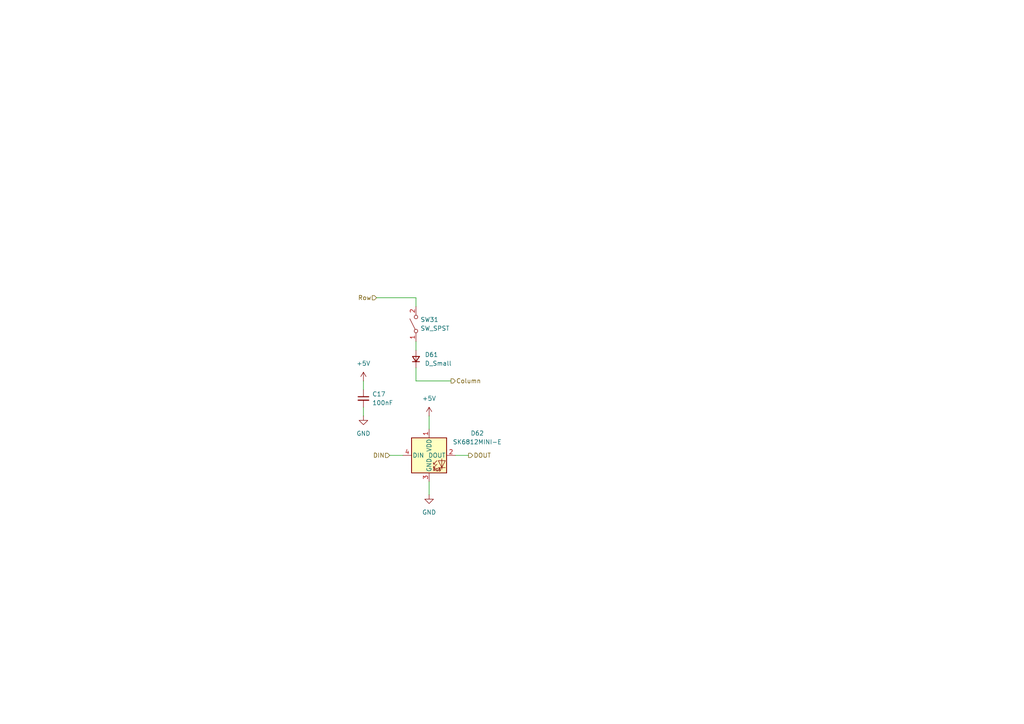
<source format=kicad_sch>
(kicad_sch (version 20250114) (generator "eeschema") (generator_version "9.0")
  (paper "A4")
  (lib_symbols
    (symbol "Device:C_Small" (pin_numbers (hide yes)) (pin_names (offset 0.254) (hide yes))
      (property "Reference" "C" (at 0.254 1.778 0))
      (property "Value" "C_Small" (at 0.254 -2.032 0))
      (symbol "C_Small_0_1"
        (polyline (pts (xy -1.524 0.508) (xy 1.524 0.508)) (stroke (width 0.3048)))
        (polyline (pts (xy -1.524 -0.508) (xy 1.524 -0.508)) (stroke (width 0.3302)))
      )
      (symbol "C_Small_1_1"
        (pin passive line (at 0 2.54 270) (length 2.032) (name "~") (number "1"))
        (pin passive line (at 0 -2.54 90) (length 2.032) (name "~") (number "2"))
      )
    )
    (symbol "Device:D_Small" (pin_numbers (hide yes)) (pin_names (offset 0.254) (hide yes))
      (property "Reference" "D" (at -1.27 2.032 0))
      (property "Value" "D_Small" (at -3.81 -2.032 0))
      (symbol "D_Small_0_1"
        (polyline (pts (xy -0.762 0) (xy 0.762 0)))
        (polyline (pts (xy -0.762 -1.016) (xy -0.762 1.016)) (stroke (width 0.254)))
        (polyline (pts (xy 0.762 -1.016) (xy -0.762 0) (xy 0.762 1.016) (xy 0.762 -1.016)) (stroke (width 0.254)))
      )
      (symbol "D_Small_1_1"
        (pin passive line (at -2.54 0 0) (length 1.778) (name "K") (number "1"))
        (pin passive line (at 2.54 0 180) (length 1.778) (name "A") (number "2"))
      )
    )
    (symbol "SW-Adafruit:SK6812MINI-E" (pin_names (offset 0.254))
      (property "Reference" "D" (at 5.08 5.715 0))
      (property "Value" "SK6812MINI-E" (at 1.27 -5.715 0))
      (symbol "SK6812MINI-E_0_0"
        (text "RGB" (at 2.286 -4.191 0) (effects (font (size 0.762 0.762))))
      )
      (symbol "SK6812MINI-E_0_1"
        (polyline (pts (xy 1.27 -2.54) (xy 1.778 -2.54)))
        (polyline (pts (xy 1.27 -3.556) (xy 1.778 -3.556)))
        (polyline (pts (xy 2.286 -1.524) (xy 1.27 -2.54) (xy 1.27 -2.032)))
        (polyline (pts (xy 2.286 -2.54) (xy 1.27 -3.556) (xy 1.27 -3.048)))
        (polyline (pts (xy 3.683 -1.016) (xy 3.683 -3.556) (xy 3.683 -4.064)))
        (polyline (pts (xy 4.699 -1.524) (xy 2.667 -1.524) (xy 3.683 -3.556) (xy 4.699 -1.524)))
        (polyline (pts (xy 4.699 -3.556) (xy 2.667 -3.556)))
        (rectangle (start 5.08 5.08) (end -5.08 -5.08) (stroke (width 0.254)) (fill (type background)))
      )
      (symbol "SK6812MINI-E_1_1"
        (pin input line (at -7.62 0 0) (length 2.54) (name "DIN") (number "4"))
        (pin power_in line (at 0 7.62 270) (length 2.54) (name "VDD") (number "1"))
        (pin power_in line (at 0 -7.62 90) (length 2.54) (name "GND") (number "3"))
        (pin output line (at 7.62 0 180) (length 2.54) (name "DOUT") (number "2"))
      )
    )
    (symbol "Switch:SW_SPST" (pin_names (offset 0) (hide yes))
      (property "Reference" "SW" (at 0 3.175 0))
      (property "Value" "SW_SPST" (at 0 -2.54 0))
      (symbol "SW_SPST_0_0"
        (circle (center -2.032 0) (radius 0.508))
        (polyline (pts (xy -1.524 0.254) (xy 1.524 1.778)))
        (circle (center 2.032 0) (radius 0.508))
      )
      (symbol "SW_SPST_1_1"
        (pin passive line (at -5.08 0 0) (length 2.54) (name "A") (number "1"))
        (pin passive line (at 5.08 0 180) (length 2.54) (name "B") (number "2"))
      )
    )
    (symbol "power:+5V" (power) (pin_numbers (hide yes)) (pin_names (offset 0) (hide yes))
      (property "Value" "+5V" (at 0 3.556 0))
      (symbol "+5V_0_1"
        (polyline (pts (xy -0.762 1.27) (xy 0 2.54)))
        (polyline (pts (xy 0 2.54) (xy 0.762 1.27)))
        (polyline (pts (xy 0 0) (xy 0 2.54)))
      )
      (symbol "+5V_1_1"
        (pin power_in line (at 0 0 90) (length 0) (name "~") (number "1"))
      )
    )
    (symbol "power:GND" (power) (pin_numbers (hide yes)) (pin_names (offset 0) (hide yes))
      (property "Value" "GND" (at 0 -3.81 0))
      (symbol "GND_0_1"
        (polyline (pts (xy 0 0) (xy 0 -1.27) (xy 1.27 -1.27) (xy 0 -2.54) (xy -1.27 -1.27) (xy 0 -1.27)))
      )
      (symbol "GND_1_1"
        (pin power_in line (at 0 0 270) (length 0) (name "~") (number "1"))
      )
    )
  )
  (wire (pts (xy 120.65 86.36) (xy 120.65 88.9)))
  (wire (pts (xy 120.65 110.49) (xy 130.81 110.49)))
  (wire (pts (xy 120.65 99.06) (xy 120.65 101.6)))
  (wire (pts (xy 132.08 132.08) (xy 135.89 132.08)))
  (wire (pts (xy 109.22 86.36) (xy 120.65 86.36)))
  (wire (pts (xy 105.41 118.11) (xy 105.41 120.65)))
  (wire (pts (xy 113.03 132.08) (xy 116.84 132.08)))
  (wire (pts (xy 124.46 139.7) (xy 124.46 143.51)))
  (wire (pts (xy 124.46 120.65) (xy 124.46 124.46)))
  (wire (pts (xy 105.41 110.49) (xy 105.41 113.03)))
  (wire (pts (xy 120.65 106.68) (xy 120.65 110.49)))
  (hierarchical_label "Column" (shape output) (at 130.81 110.49 0))
  (hierarchical_label "DIN" (shape input) (at 113.03 132.08 180))
  (hierarchical_label "Row" (shape input) (at 109.22 86.36 180))
  (hierarchical_label "DOUT" (shape output) (at 135.89 132.08 0))
  (symbol (lib_id "Device:D_Small") (at 120.65 104.14 90) (unit 1)
    (property "Reference" "D25" (at 123.19 102.8699 90) (effects (justify right)))
    (property "Value" "D_Small" (at 123.19 105.4099 90) (effects (justify right)))
    (property "Footprint" "Diode_SMD:D_SOD-123" (effects (hide yes)))
    (property "Description" "Diode, small symbol" (effects (hide yes)))
    (property "Sim.Device" "D" (effects (hide yes)))
    (property "Sim.Pins" "1=K 2=A" (effects (hide yes)))
    (instances (project "row_staggered_split_keyboard" (path "" (reference "D61") (unit 1)) (path "" (reference "D77") (unit 1)) (path "" (reference "D9") (unit 1)) (path "" (reference "D15") (unit 1)) (path "" (reference "D51") (unit 1)) (path "" (reference "D19") (unit 1)) (path "" (reference "D53") (unit 1)) (path "" (reference "D25") (unit 1)) (path "" (reference "D25") (unit 1)) (path "" (reference "D29") (unit 1)) (path "" (reference "D89") (unit 1)) (path "" (reference "D83") (unit 1)) (path "" (reference "D57") (unit 1)) (path "" (reference "D11") (unit 1)) (path "" (reference "D5") (unit 1)) (path "" (reference "D35") (unit 1)) (path "" (reference "D55") (unit 1)) (path "" (reference "D27") (unit 1)) (path "" (reference "D63") (unit 1)) (path "" (reference "D67") (unit 1)) (path "" (reference "D49") (unit 1)) (path "" (reference "D1") (unit 1)) (path "" (reference "D47") (unit 1)) (path "" (reference "D79") (unit 1)) (path "" (reference "D75") (unit 1)) (path "" (reference "D23") (unit 1)) (path "" (reference "D81") (unit 1)) (path "" (reference "D33") (unit 1)) (path "" (reference "D41") (unit 1)) (path "" (reference "D39") (unit 1)) (path "" (reference "D13") (unit 1)) (path "" (reference "D21") (unit 1)) (path "" (reference "D43") (unit 1)) (path "" (reference "D37") (unit 1)) (path "" (reference "D65") (unit 1))))
  )
  (symbol (lib_id "Device:C_Small") (at 105.41 115.57 0) (unit 1)
    (property "Reference" "C17" (at 107.95 114.3062 0) (effects (justify left)))
    (property "Value" "100nF" (at 107.95 116.8462 0) (effects (justify left)))
    (property "Footprint" "Capacitor_SMD:C_0805_2012Metric_Pad1.18x1.45mm_HandSolder" (effects (hide yes)))
    (property "Description" "Unpolarized capacitor, small symbol" (effects (hide yes)))
  )
  (symbol (lib_id "power:GND") (at 124.46 143.51 0) (unit 1)
    (property "Reference" "#PWR067" (effects (hide yes)))
    (property "Value" "GND" (at 124.46 148.59 0))
    (property "Description" "Power symbol creates a global label with name \"GND\" , ground" (effects (hide yes)))
    (instances (project "row_staggered_split_keyboard" (path "" (reference "#PWR071") (unit 1)) (path "" (reference "#PWR087") (unit 1)) (path "" (reference "#PWR019") (unit 1)) (path "" (reference "#PWR025") (unit 1)) (path "" (reference "#PWR061") (unit 1)) (path "" (reference "#PWR029") (unit 1)) (path "" (reference "#PWR063") (unit 1)) (path "" (reference "#PWR067") (unit 1)) (path "" (reference "#PWR035") (unit 1)) (path "" (reference "#PWR039") (unit 1)) (path "" (reference "#PWR099") (unit 1)) (path "" (reference "#PWR093") (unit 1)) (path "" (reference "#PWR067") (unit 1)) (path "" (reference "#PWR021") (unit 1)) (path "" (reference "#PWR015") (unit 1)) (path "" (reference "#PWR045") (unit 1)) (path "" (reference "#PWR065") (unit 1)) (path "" (reference "#PWR037") (unit 1)) (path "" (reference "#PWR073") (unit 1)) (path "" (reference "#PWR077") (unit 1)) (path "" (reference "#PWR059") (unit 1)) (path "" (reference "#PWR011") (unit 1)) (path "" (reference "#PWR057") (unit 1)) (path "" (reference "#PWR089") (unit 1)) (path "" (reference "#PWR085") (unit 1)) (path "" (reference "#PWR033") (unit 1)) (path "" (reference "#PWR091") (unit 1)) (path "" (reference "#PWR043") (unit 1)) (path "" (reference "#PWR051") (unit 1)) (path "" (reference "#PWR049") (unit 1)) (path "" (reference "#PWR023") (unit 1)) (path "" (reference "#PWR031") (unit 1)) (path "" (reference "#PWR053") (unit 1)) (path "" (reference "#PWR047") (unit 1)) (path "" (reference "#PWR075") (unit 1))))
  )
  (symbol (lib_id "Switch:SW_SPST") (at 120.65 93.98 90) (unit 1)
    (property "Reference" "SW13" (at 121.92 92.7099 90) (effects (justify right)))
    (property "Value" "SW_SPST" (at 121.92 95.2499 90) (effects (justify right)))
    (property "Footprint" "PCM_Switch_Keyboard_Hotswap_Kailh:SW_Hotswap_Kailh_MX_1.50u" (effects (hide yes)))
    (property "Description" "Single Pole Single Throw (SPST) switch" (effects (hide yes)))
    (instances (project "row_staggered_split_keyboard" (path "" (reference "SW31") (unit 1)) (path "" (reference "SW39") (unit 1)) (path "" (reference "SW5") (unit 1)) (path "" (reference "SW8") (unit 1)) (path "" (reference "SW26") (unit 1)) (path "" (reference "SW10") (unit 1)) (path "" (reference "SW27") (unit 1)) (path "" (reference "SW13") (unit 1)) (path "" (reference "SW13") (unit 1)) (path "" (reference "SW15") (unit 1)) (path "" (reference "SW45") (unit 1)) (path "" (reference "SW42") (unit 1)) (path "" (reference "SW29") (unit 1)) (path "" (reference "SW6") (unit 1)) (path "" (reference "SW3") (unit 1)) (path "" (reference "SW18") (unit 1)) (path "" (reference "SW28") (unit 1)) (path "" (reference "SW14") (unit 1)) (path "" (reference "SW32") (unit 1)) (path "" (reference "SW34") (unit 1)) (path "" (reference "SW25") (unit 1)) (path "" (reference "SW1") (unit 1)) (path "" (reference "SW24") (unit 1)) (path "" (reference "SW40") (unit 1)) (path "" (reference "SW38") (unit 1)) (path "" (reference "SW12") (unit 1)) (path "" (reference "SW41") (unit 1)) (path "" (reference "SW17") (unit 1)) (path "" (reference "SW21") (unit 1)) (path "" (reference "SW20") (unit 1)) (path "" (reference "SW7") (unit 1)) (path "" (reference "SW11") (unit 1)) (path "" (reference "SW22") (unit 1)) (path "" (reference "SW19") (unit 1)) (path "" (reference "SW33") (unit 1))))
  )
  (symbol (lib_id "SW-Adafruit:SK6812MINI-E") (at 124.46 132.08 0) (unit 1)
    (property "Reference" "D26" (at 138.43 125.6598 0))
    (property "Value" "SK6812MINI-E" (at 138.43 128.1998 0))
    (property "Footprint" "SW-Adafruit:LED_SK6812MINI-E_REVERSE_MOUNT_3.2x2.8mm_P1.09mm" (effects (hide yes)))
    (property "Datasheet" "https://cdn-shop.adafruit.com/product-files/4960/4960_SK6812MINI-E_REV02_EN.pdf" (effects (hide yes)))
    (property "Description" "RGB LED with integrated controller" (effects (hide yes)))
    (instances (project "row_staggered_split_keyboard" (path "" (reference "D62") (unit 1)) (path "" (reference "D78") (unit 1)) (path "" (reference "D10") (unit 1)) (path "" (reference "D16") (unit 1)) (path "" (reference "D52") (unit 1)) (path "" (reference "D20") (unit 1)) (path "" (reference "D54") (unit 1)) (path "" (reference "D26") (unit 1)) (path "" (reference "D26") (unit 1)) (path "" (reference "D30") (unit 1)) (path "" (reference "D90") (unit 1)) (path "" (reference "D84") (unit 1)) (path "" (reference "D58") (unit 1)) (path "" (reference "D12") (unit 1)) (path "" (reference "D6") (unit 1)) (path "" (reference "D36") (unit 1)) (path "" (reference "D56") (unit 1)) (path "" (reference "D28") (unit 1)) (path "" (reference "D64") (unit 1)) (path "" (reference "D68") (unit 1)) (path "" (reference "D50") (unit 1)) (path "" (reference "D2") (unit 1)) (path "" (reference "D48") (unit 1)) (path "" (reference "D80") (unit 1)) (path "" (reference "D76") (unit 1)) (path "" (reference "D24") (unit 1)) (path "" (reference "D82") (unit 1)) (path "" (reference "D34") (unit 1)) (path "" (reference "D42") (unit 1)) (path "" (reference "D40") (unit 1)) (path "" (reference "D14") (unit 1)) (path "" (reference "D22") (unit 1)) (path "" (reference "D44") (unit 1)) (path "" (reference "D38") (unit 1)) (path "" (reference "D66") (unit 1))))
  )
  (symbol (lib_id "power:+5V") (at 105.41 110.49 0) (unit 1)
    (property "Reference" "#PWR064" (effects (hide yes)))
    (property "Value" "+5V" (at 105.41 105.41 0))
    (property "Description" "Power symbol creates a global label with name \"+5V\"" (effects (hide yes)))
  )
  (symbol (lib_id "power:+5V") (at 124.46 120.65 0) (unit 1)
    (property "Reference" "#PWR066" (effects (hide yes)))
    (property "Value" "+5V" (at 124.46 115.57 0))
    (property "Description" "Power symbol creates a global label with name \"+5V\"" (effects (hide yes)))
    (instances (project "row_staggered_split_keyboard" (path "" (reference "#PWR070") (unit 1)) (path "" (reference "#PWR086") (unit 1)) (path "" (reference "#PWR018") (unit 1)) (path "" (reference "#PWR024") (unit 1)) (path "" (reference "#PWR060") (unit 1)) (path "" (reference "#PWR028") (unit 1)) (path "" (reference "#PWR062") (unit 1)) (path "" (reference "#PWR066") (unit 1)) (path "" (reference "#PWR034") (unit 1)) (path "" (reference "#PWR038") (unit 1)) (path "" (reference "#PWR098") (unit 1)) (path "" (reference "#PWR092") (unit 1)) (path "" (reference "#PWR066") (unit 1)) (path "" (reference "#PWR020") (unit 1)) (path "" (reference "#PWR014") (unit 1)) (path "" (reference "#PWR044") (unit 1)) (path "" (reference "#PWR064") (unit 1)) (path "" (reference "#PWR036") (unit 1)) (path "" (reference "#PWR072") (unit 1)) (path "" (reference "#PWR076") (unit 1)) (path "" (reference "#PWR058") (unit 1)) (path "" (reference "#PWR010") (unit 1)) (path "" (reference "#PWR056") (unit 1)) (path "" (reference "#PWR088") (unit 1)) (path "" (reference "#PWR084") (unit 1)) (path "" (reference "#PWR032") (unit 1)) (path "" (reference "#PWR090") (unit 1)) (path "" (reference "#PWR042") (unit 1)) (path "" (reference "#PWR050") (unit 1)) (path "" (reference "#PWR048") (unit 1)) (path "" (reference "#PWR022") (unit 1)) (path "" (reference "#PWR030") (unit 1)) (path "" (reference "#PWR052") (unit 1)) (path "" (reference "#PWR046") (unit 1)) (path "" (reference "#PWR074") (unit 1))))
  )
  (symbol (lib_id "power:GND") (at 105.41 120.65 0) (unit 1)
    (property "Reference" "#PWR065" (effects (hide yes)))
    (property "Value" "GND" (at 105.41 125.73 0))
    (property "Description" "Power symbol creates a global label with name \"GND\" , ground" (effects (hide yes)))
  )
)
</source>
